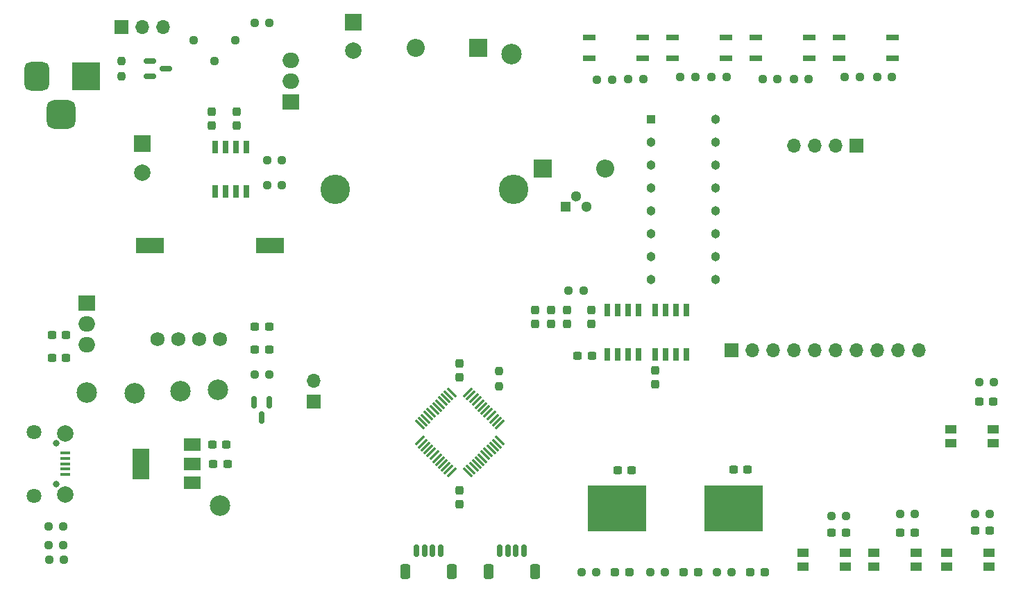
<source format=gts>
G04 #@! TF.GenerationSoftware,KiCad,Pcbnew,(6.0.9)*
G04 #@! TF.CreationDate,2022-12-15T14:24:50+09:00*
G04 #@! TF.ProjectId,nixie9v,6e697869-6539-4762-9e6b-696361645f70,rev?*
G04 #@! TF.SameCoordinates,Original*
G04 #@! TF.FileFunction,Soldermask,Top*
G04 #@! TF.FilePolarity,Negative*
%FSLAX46Y46*%
G04 Gerber Fmt 4.6, Leading zero omitted, Abs format (unit mm)*
G04 Created by KiCad (PCBNEW (6.0.9)) date 2022-12-15 14:24:50*
%MOMM*%
%LPD*%
G01*
G04 APERTURE LIST*
G04 Aperture macros list*
%AMRoundRect*
0 Rectangle with rounded corners*
0 $1 Rounding radius*
0 $2 $3 $4 $5 $6 $7 $8 $9 X,Y pos of 4 corners*
0 Add a 4 corners polygon primitive as box body*
4,1,4,$2,$3,$4,$5,$6,$7,$8,$9,$2,$3,0*
0 Add four circle primitives for the rounded corners*
1,1,$1+$1,$2,$3*
1,1,$1+$1,$4,$5*
1,1,$1+$1,$6,$7*
1,1,$1+$1,$8,$9*
0 Add four rect primitives between the rounded corners*
20,1,$1+$1,$2,$3,$4,$5,0*
20,1,$1+$1,$4,$5,$6,$7,0*
20,1,$1+$1,$6,$7,$8,$9,0*
20,1,$1+$1,$8,$9,$2,$3,0*%
G04 Aperture macros list end*
%ADD10RoundRect,0.237500X0.250000X0.237500X-0.250000X0.237500X-0.250000X-0.237500X0.250000X-0.237500X0*%
%ADD11RoundRect,0.150000X0.150000X0.625000X-0.150000X0.625000X-0.150000X-0.625000X0.150000X-0.625000X0*%
%ADD12RoundRect,0.250000X0.350000X0.650000X-0.350000X0.650000X-0.350000X-0.650000X0.350000X-0.650000X0*%
%ADD13RoundRect,0.237500X-0.300000X-0.237500X0.300000X-0.237500X0.300000X0.237500X-0.300000X0.237500X0*%
%ADD14R,1.450000X1.000000*%
%ADD15RoundRect,0.237500X-0.250000X-0.237500X0.250000X-0.237500X0.250000X0.237500X-0.250000X0.237500X0*%
%ADD16RoundRect,0.237500X-0.237500X0.250000X-0.237500X-0.250000X0.237500X-0.250000X0.237500X0.250000X0*%
%ADD17RoundRect,0.237500X0.300000X0.237500X-0.300000X0.237500X-0.300000X-0.237500X0.300000X-0.237500X0*%
%ADD18RoundRect,0.075000X-0.521491X0.415425X0.415425X-0.521491X0.521491X-0.415425X-0.415425X0.521491X0*%
%ADD19RoundRect,0.075000X-0.521491X-0.415425X-0.415425X-0.521491X0.521491X0.415425X0.415425X0.521491X0*%
%ADD20RoundRect,0.237500X0.237500X-0.300000X0.237500X0.300000X-0.237500X0.300000X-0.237500X-0.300000X0*%
%ADD21R,0.650000X1.525000*%
%ADD22R,1.700000X1.700000*%
%ADD23O,1.700000X1.700000*%
%ADD24R,1.650000X0.700000*%
%ADD25RoundRect,0.150000X-0.587500X-0.150000X0.587500X-0.150000X0.587500X0.150000X-0.587500X0.150000X0*%
%ADD26RoundRect,0.237500X-0.287500X-0.237500X0.287500X-0.237500X0.287500X0.237500X-0.287500X0.237500X0*%
%ADD27RoundRect,0.150000X-0.150000X0.587500X-0.150000X-0.587500X0.150000X-0.587500X0.150000X0.587500X0*%
%ADD28R,2.000000X1.905000*%
%ADD29O,2.000000X1.905000*%
%ADD30R,2.000000X2.000000*%
%ADD31C,2.000000*%
%ADD32C,2.500000*%
%ADD33R,1.300000X1.300000*%
%ADD34C,1.300000*%
%ADD35R,3.450000X1.900000*%
%ADD36RoundRect,0.237500X-0.237500X0.300000X-0.237500X-0.300000X0.237500X-0.300000X0.237500X0.300000X0*%
%ADD37C,0.800000*%
%ADD38R,1.300000X0.450000*%
%ADD39C,1.800000*%
%ADD40C,1.120000*%
%ADD41R,2.200000X2.200000*%
%ADD42O,2.200000X2.200000*%
%ADD43R,0.700000X1.525000*%
%ADD44R,2.000000X1.500000*%
%ADD45R,2.000000X3.800000*%
%ADD46C,1.725000*%
%ADD47C,3.600000*%
%ADD48R,7.175000X5.600000*%
%ADD49R,3.500000X3.500000*%
%ADD50RoundRect,0.750000X-0.750000X-1.000000X0.750000X-1.000000X0.750000X1.000000X-0.750000X1.000000X0*%
%ADD51RoundRect,0.875000X-0.875000X-0.875000X0.875000X-0.875000X0.875000X0.875000X-0.875000X0.875000X0*%
%ADD52R,1.133000X1.133000*%
%ADD53C,1.133000*%
G04 APERTURE END LIST*
D10*
X31737500Y-95500000D03*
X29912500Y-95500000D03*
D11*
X87860000Y-94433000D03*
X86860000Y-94433000D03*
X85860000Y-94433000D03*
X84860000Y-94433000D03*
D12*
X89160000Y-96958000D03*
X83560000Y-96958000D03*
D13*
X99264300Y-84582000D03*
X100989300Y-84582000D03*
D14*
X139411000Y-94654000D03*
X144561000Y-94654000D03*
X139411000Y-96354000D03*
X144561000Y-96354000D03*
D15*
X126976500Y-36576000D03*
X128801500Y-36576000D03*
D16*
X84836000Y-72493500D03*
X84836000Y-74318500D03*
D10*
X31646500Y-93726000D03*
X29821500Y-93726000D03*
X31646500Y-91440000D03*
X29821500Y-91440000D03*
D17*
X31952100Y-70891400D03*
X30227100Y-70891400D03*
D13*
X49937500Y-83820000D03*
X51662500Y-83820000D03*
D15*
X56491500Y-46736000D03*
X58316500Y-46736000D03*
D14*
X130521000Y-94654000D03*
X135671000Y-94654000D03*
X135671000Y-96354000D03*
X130521000Y-96354000D03*
D18*
X79001212Y-75112124D03*
X78647658Y-75465678D03*
X78294105Y-75819231D03*
X77940551Y-76172785D03*
X77586998Y-76526338D03*
X77233445Y-76879891D03*
X76879891Y-77233445D03*
X76526338Y-77586998D03*
X76172785Y-77940551D03*
X75819231Y-78294105D03*
X75465678Y-78647658D03*
X75112124Y-79001212D03*
D19*
X75112124Y-80998788D03*
X75465678Y-81352342D03*
X75819231Y-81705895D03*
X76172785Y-82059449D03*
X76526338Y-82413002D03*
X76879891Y-82766555D03*
X77233445Y-83120109D03*
X77586998Y-83473662D03*
X77940551Y-83827215D03*
X78294105Y-84180769D03*
X78647658Y-84534322D03*
X79001212Y-84887876D03*
D18*
X80998788Y-84887876D03*
X81352342Y-84534322D03*
X81705895Y-84180769D03*
X82059449Y-83827215D03*
X82413002Y-83473662D03*
X82766555Y-83120109D03*
X83120109Y-82766555D03*
X83473662Y-82413002D03*
X83827215Y-82059449D03*
X84180769Y-81705895D03*
X84534322Y-81352342D03*
X84887876Y-80998788D03*
D19*
X84887876Y-79001212D03*
X84534322Y-78647658D03*
X84180769Y-78294105D03*
X83827215Y-77940551D03*
X83473662Y-77586998D03*
X83120109Y-77233445D03*
X82766555Y-76879891D03*
X82413002Y-76526338D03*
X82059449Y-76172785D03*
X81705895Y-75819231D03*
X81352342Y-75465678D03*
X80998788Y-75112124D03*
D20*
X96037400Y-66724700D03*
X96037400Y-64999700D03*
X80010000Y-73252500D03*
X80010000Y-71527500D03*
D15*
X93255950Y-62699750D03*
X95080950Y-62699750D03*
D21*
X103870000Y-70487000D03*
X105140000Y-70487000D03*
X106410000Y-70487000D03*
X107680000Y-70487000D03*
X107680000Y-65063000D03*
X106410000Y-65063000D03*
X105140000Y-65063000D03*
X103870000Y-65063000D03*
D10*
X122578500Y-36830000D03*
X120753500Y-36830000D03*
D13*
X55017500Y-69850000D03*
X56742500Y-69850000D03*
D10*
X56792500Y-29972000D03*
X54967500Y-29972000D03*
D22*
X113161600Y-69975000D03*
D23*
X115701600Y-69975000D03*
X118241600Y-69975000D03*
X120781600Y-69975000D03*
X123321600Y-69975000D03*
X125861600Y-69975000D03*
X128401600Y-69975000D03*
X130941600Y-69975000D03*
X133481600Y-69975000D03*
X136021600Y-69975000D03*
D24*
X132790000Y-34290000D03*
X132790000Y-31750000D03*
X126290000Y-31750000D03*
X126290000Y-34290000D03*
D16*
X38735000Y-34647500D03*
X38735000Y-36472500D03*
D13*
X49785100Y-81483200D03*
X51510100Y-81483200D03*
D25*
X42242500Y-34610000D03*
X42242500Y-36510000D03*
X44117500Y-35560000D03*
D17*
X135482500Y-92202000D03*
X133757500Y-92202000D03*
D20*
X49784000Y-42518500D03*
X49784000Y-40793500D03*
D26*
X115457000Y-97028000D03*
X117207000Y-97028000D03*
D27*
X56779200Y-76278500D03*
X54879200Y-76278500D03*
X55829200Y-78153500D03*
D28*
X59365000Y-39624000D03*
D29*
X59365000Y-37084000D03*
X59365000Y-34544000D03*
D10*
X113180500Y-97028000D03*
X111355500Y-97028000D03*
D30*
X41275000Y-44737323D03*
D31*
X41275000Y-48237323D03*
D32*
X45897800Y-74930000D03*
X34544000Y-75107800D03*
D17*
X145109100Y-76200000D03*
X143384100Y-76200000D03*
D24*
X102310000Y-34290000D03*
X102310000Y-31750000D03*
X95810000Y-31750000D03*
X95810000Y-34290000D03*
D32*
X40386000Y-75184000D03*
D20*
X89204800Y-66724700D03*
X89204800Y-64999700D03*
D15*
X142851500Y-89916000D03*
X144676500Y-89916000D03*
D32*
X86283800Y-33782000D03*
D17*
X144626500Y-91948000D03*
X142901500Y-91948000D03*
D32*
X50520600Y-74777600D03*
D33*
X92898450Y-52391750D03*
D34*
X94168450Y-51121750D03*
X95438450Y-52391750D03*
D10*
X132738500Y-36576000D03*
X130913500Y-36576000D03*
D20*
X93116400Y-66724700D03*
X93116400Y-64999700D03*
D10*
X96670500Y-97028000D03*
X94845500Y-97028000D03*
D22*
X62230000Y-76205000D03*
D23*
X62230000Y-73665000D03*
D22*
X38750000Y-30480000D03*
D23*
X41290000Y-30480000D03*
X43830000Y-30480000D03*
D26*
X107329000Y-97028000D03*
X109079000Y-97028000D03*
D32*
X50800000Y-88900000D03*
D10*
X102385500Y-36830000D03*
X100560500Y-36830000D03*
D24*
X122630000Y-34290000D03*
X122630000Y-31750000D03*
X116130000Y-31750000D03*
X116130000Y-34290000D03*
D22*
X128387000Y-45000000D03*
D23*
X125847000Y-45000000D03*
X123307000Y-45000000D03*
X120767000Y-45000000D03*
D15*
X125325500Y-90170000D03*
X127150500Y-90170000D03*
D20*
X91109800Y-66724700D03*
X91109800Y-64999700D03*
D13*
X113387500Y-84550000D03*
X115112500Y-84550000D03*
D35*
X42180000Y-57150000D03*
X56880000Y-57150000D03*
D10*
X112545500Y-36576000D03*
X110720500Y-36576000D03*
D28*
X34538800Y-64185800D03*
D29*
X34538800Y-66725800D03*
X34538800Y-69265800D03*
D36*
X80010000Y-87021500D03*
X80010000Y-88746500D03*
D17*
X127100500Y-92202000D03*
X125375500Y-92202000D03*
D20*
X52832000Y-42518500D03*
X52832000Y-40793500D03*
D37*
X30800000Y-86320000D03*
X30800000Y-81320000D03*
D38*
X31900000Y-82520000D03*
X31900000Y-83170000D03*
X31900000Y-83820000D03*
X31900000Y-84470000D03*
X31900000Y-85120000D03*
D39*
X28050000Y-79945000D03*
D31*
X31850000Y-87545000D03*
X31850000Y-80095000D03*
D39*
X28050000Y-87695000D03*
D26*
X98947000Y-97028000D03*
X100697000Y-97028000D03*
D40*
X52592500Y-32114000D03*
X50052500Y-34654000D03*
X47512500Y-32114000D03*
D14*
X145069000Y-79566400D03*
X139919000Y-79566400D03*
X139919000Y-81266400D03*
X145069000Y-81266400D03*
D11*
X77700000Y-94433000D03*
X76700000Y-94433000D03*
X75700000Y-94433000D03*
X74700000Y-94433000D03*
D12*
X73400000Y-96958000D03*
X79000000Y-96958000D03*
D15*
X116943500Y-36830000D03*
X118768500Y-36830000D03*
X143359500Y-73812400D03*
X145184500Y-73812400D03*
D10*
X105052500Y-97028000D03*
X103227500Y-97028000D03*
D15*
X133707500Y-89916000D03*
X135532500Y-89916000D03*
D41*
X82296000Y-33020000D03*
D42*
X74676000Y-33020000D03*
D43*
X53975000Y-45167000D03*
X52705000Y-45167000D03*
X51435000Y-45167000D03*
X50165000Y-45167000D03*
X50165000Y-50591000D03*
X51435000Y-50591000D03*
X52705000Y-50591000D03*
X53975000Y-50591000D03*
D44*
X47396800Y-86094600D03*
D45*
X41096800Y-83794600D03*
D44*
X47396800Y-83794600D03*
X47396800Y-81494600D03*
D13*
X94388600Y-70612000D03*
X96113600Y-70612000D03*
D14*
X121885000Y-94654000D03*
X127035000Y-94654000D03*
X121885000Y-96354000D03*
X127035000Y-96354000D03*
D41*
X90170000Y-47752000D03*
D42*
X97790000Y-47752000D03*
D24*
X112470000Y-34290000D03*
X112470000Y-31750000D03*
X105970000Y-31750000D03*
X105970000Y-34290000D03*
D20*
X103860600Y-74090700D03*
X103860600Y-72365700D03*
D15*
X96750500Y-36957000D03*
X98575500Y-36957000D03*
X106910500Y-36576000D03*
X108735500Y-36576000D03*
D21*
X97970000Y-70462000D03*
X99240000Y-70462000D03*
X100510000Y-70462000D03*
X101780000Y-70462000D03*
X101780000Y-65038000D03*
X100510000Y-65038000D03*
X99240000Y-65038000D03*
X97970000Y-65038000D03*
D46*
X43180000Y-68580000D03*
X45720000Y-68580000D03*
X48260000Y-68580000D03*
X50800000Y-68580000D03*
D13*
X55017500Y-67056000D03*
X56742500Y-67056000D03*
D15*
X56491500Y-49784000D03*
X58316500Y-49784000D03*
D47*
X64797000Y-50292000D03*
X86597000Y-50292000D03*
D17*
X31952100Y-68072000D03*
X30227100Y-68072000D03*
D15*
X54967500Y-72898000D03*
X56792500Y-72898000D03*
D48*
X99211500Y-89281000D03*
X113386500Y-89281000D03*
D49*
X34391600Y-36474400D03*
D50*
X28391600Y-36474400D03*
D51*
X31391600Y-41174400D03*
D52*
X103338000Y-41796000D03*
D53*
X103338000Y-44590000D03*
X103338000Y-47384000D03*
X103338000Y-50178000D03*
X103338000Y-52972000D03*
X103338000Y-55766000D03*
X103338000Y-58560000D03*
X103338000Y-61354000D03*
X111212000Y-61354000D03*
X111212000Y-58560000D03*
X111212000Y-55766000D03*
X111212000Y-52972000D03*
X111212000Y-50178000D03*
X111212000Y-47384000D03*
X111212000Y-44590000D03*
X111212000Y-41796000D03*
D30*
X67056000Y-29878323D03*
D31*
X67056000Y-33378323D03*
M02*

</source>
